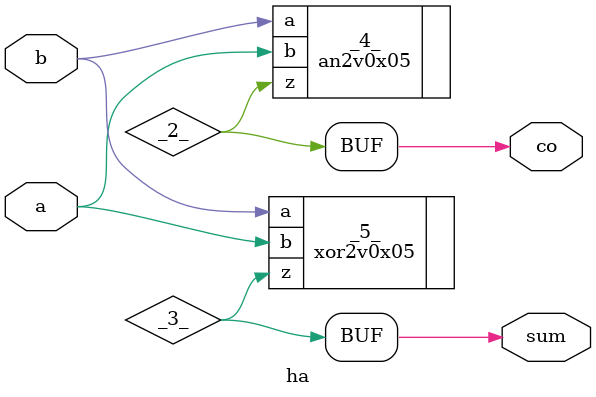
<source format=v>
/* Generated by Yosys 0.42+2 (git sha1 82783646e, g++ 13.2.0-23ubuntu4 -fPIC -Os) */

module Look_Ahead_Adder(a, b, s, cout, c0);
  wire _00_;
  wire _01_;
  wire _02_;
  wire _03_;
  wire _04_;
  wire _05_;
  wire _06_;
  wire _07_;
  wire _08_;
  wire _09_;
  wire _10_;
  wire _11_;
  wire _12_;
  wire _13_;
  wire _14_;
  wire _15_;
  wire _16_;
  wire _17_;
  wire _18_;
  wire _19_;
  wire _20_;
  wire _21_;
  wire _22_;
  wire _23_;
  wire _24_;
  wire _25_;
  wire _26_;
  wire _27_;
  wire _28_;
  wire _29_;
  wire _30_;
  wire _31_;
  wire _32_;
  wire _33_;
  wire _34_;
  wire _35_;
  wire _36_;
  wire _37_;
  wire _38_;
  wire _39_;
  wire _40_;
  wire _41_;
  wire _42_;
  wire _43_;
  wire _44_;
  input [3:0] a;
  wire [3:0] a;
  input [3:0] b;
  wire [3:0] b;
  input c0;
  wire c0;
  wire c4;
  output cout;
  wire cout;
  wire g0;
  wire g1;
  wire g2;
  wire g3;
  wire p0;
  wire p1;
  wire p2;
  wire p3;
  output [3:0] s;
  wire [3:0] s;
  iv1v0x05 _45_ (
    .a(_29_),
    .z(_31_)
  );
  an2v0x05 _46_ (
    .a(_37_),
    .b(_25_),
    .z(_32_)
  );
  aoi21v0x05 _47_ (
    .a1(_38_),
    .a2(_32_),
    .b(_28_),
    .z(_33_)
  );
  aoi21a2v0x05 _48_ (
    .a1(_39_),
    .a2(_33_),
    .b(_29_),
    .z(_34_)
  );
  oai21a2bv0x05 _49_ (
    .a1(_34_),
    .a2(_40_),
    .b(_30_),
    .z(_26_)
  );
  xor2v0x05 _50_ (
    .a(_37_),
    .b(_25_),
    .z(_41_)
  );
  oan21v0x05 _51_ (
    .a1(_27_),
    .a2(_32_),
    .b(_38_),
    .z(_35_)
  );
  xoon21v0x05 _52_ (
    .a1(_27_),
    .a2(_32_),
    .b(_38_),
    .z(_42_)
  );
  oai21v0x05 _53_ (
    .a1(_28_),
    .a2(_35_),
    .b(_39_),
    .z(_36_)
  );
  xoon21v0x05 _54_ (
    .a1(_28_),
    .a2(_35_),
    .b(_39_),
    .z(_43_)
  );
  xaoi21v0x05 _55_ (
    .a1(_31_),
    .a2(_36_),
    .b(_40_),
    .z(_44_)
  );
  ha X1 (
    .a(a[0]),
    .b(b[0]),
    .co(g0),
    .sum(p0)
  );
  ha X2 (
    .a(a[1]),
    .b(b[1]),
    .co(g1),
    .sum(p1)
  );
  ha X3 (
    .a(a[2]),
    .b(b[2]),
    .co(g2),
    .sum(p2)
  );
  ha X4 (
    .a(a[3]),
    .b(b[3]),
    .co(g3),
    .sum(p3)
  );
  assign c4 = cout;
  assign _40_ = p3;
  assign _29_ = g2;
  assign _30_ = g3;
  assign _39_ = p2;
  assign _28_ = g1;
  assign _37_ = p0;
  assign _38_ = p1;
  assign _25_ = c0;
  assign cout = _26_;
  assign s[0] = _41_;
  assign _27_ = g0;
  assign s[1] = _42_;
  assign s[2] = _43_;
  assign s[3] = _44_;
endmodule

module ha(a, b, sum, co);
  wire _0_;
  wire _1_;
  wire _2_;
  wire _3_;
  input a;
  wire a;
  input b;
  wire b;
  output co;
  wire co;
  output sum;
  wire sum;
  an2v0x05 _4_ (
    .a(_1_),
    .b(_0_),
    .z(_2_)
  );
  xor2v0x05 _5_ (
    .a(_1_),
    .b(_0_),
    .z(_3_)
  );
  assign _1_ = b;
  assign _0_ = a;
  assign sum = _3_;
  assign co = _2_;
endmodule

</source>
